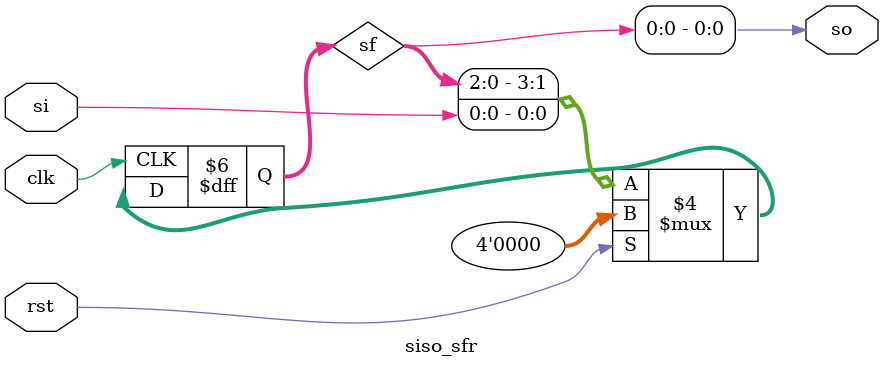
<source format=v>
module siso_sfr(input clk,rst,si, output reg so);
  reg [3:0] sf;
  assign so=sf[0];
  always@(posedge clk)begin
    if(rst==1)
      sf<=4'b0000;
    else begin
      sf <= {sf[2:0],si};
    end
  end
endmodule

</source>
